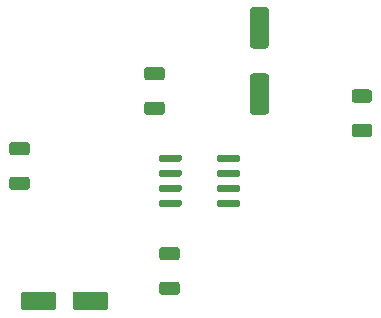
<source format=gbr>
%TF.GenerationSoftware,KiCad,Pcbnew,(5.1.9)-1*%
%TF.CreationDate,2021-03-24T16:34:38+05:30*%
%TF.ProjectId,pir alarm system,70697220-616c-4617-926d-207379737465,1.0*%
%TF.SameCoordinates,Original*%
%TF.FileFunction,Paste,Top*%
%TF.FilePolarity,Positive*%
%FSLAX46Y46*%
G04 Gerber Fmt 4.6, Leading zero omitted, Abs format (unit mm)*
G04 Created by KiCad (PCBNEW (5.1.9)-1) date 2021-03-24 16:34:38*
%MOMM*%
%LPD*%
G01*
G04 APERTURE LIST*
G04 APERTURE END LIST*
%TO.C,U1*%
G36*
G01*
X164060000Y-121435000D02*
X164060000Y-121135000D01*
G75*
G02*
X164210000Y-120985000I150000J0D01*
G01*
X165860000Y-120985000D01*
G75*
G02*
X166010000Y-121135000I0J-150000D01*
G01*
X166010000Y-121435000D01*
G75*
G02*
X165860000Y-121585000I-150000J0D01*
G01*
X164210000Y-121585000D01*
G75*
G02*
X164060000Y-121435000I0J150000D01*
G01*
G37*
G36*
G01*
X164060000Y-122705000D02*
X164060000Y-122405000D01*
G75*
G02*
X164210000Y-122255000I150000J0D01*
G01*
X165860000Y-122255000D01*
G75*
G02*
X166010000Y-122405000I0J-150000D01*
G01*
X166010000Y-122705000D01*
G75*
G02*
X165860000Y-122855000I-150000J0D01*
G01*
X164210000Y-122855000D01*
G75*
G02*
X164060000Y-122705000I0J150000D01*
G01*
G37*
G36*
G01*
X164060000Y-123975000D02*
X164060000Y-123675000D01*
G75*
G02*
X164210000Y-123525000I150000J0D01*
G01*
X165860000Y-123525000D01*
G75*
G02*
X166010000Y-123675000I0J-150000D01*
G01*
X166010000Y-123975000D01*
G75*
G02*
X165860000Y-124125000I-150000J0D01*
G01*
X164210000Y-124125000D01*
G75*
G02*
X164060000Y-123975000I0J150000D01*
G01*
G37*
G36*
G01*
X164060000Y-125245000D02*
X164060000Y-124945000D01*
G75*
G02*
X164210000Y-124795000I150000J0D01*
G01*
X165860000Y-124795000D01*
G75*
G02*
X166010000Y-124945000I0J-150000D01*
G01*
X166010000Y-125245000D01*
G75*
G02*
X165860000Y-125395000I-150000J0D01*
G01*
X164210000Y-125395000D01*
G75*
G02*
X164060000Y-125245000I0J150000D01*
G01*
G37*
G36*
G01*
X159110000Y-125245000D02*
X159110000Y-124945000D01*
G75*
G02*
X159260000Y-124795000I150000J0D01*
G01*
X160910000Y-124795000D01*
G75*
G02*
X161060000Y-124945000I0J-150000D01*
G01*
X161060000Y-125245000D01*
G75*
G02*
X160910000Y-125395000I-150000J0D01*
G01*
X159260000Y-125395000D01*
G75*
G02*
X159110000Y-125245000I0J150000D01*
G01*
G37*
G36*
G01*
X159110000Y-123975000D02*
X159110000Y-123675000D01*
G75*
G02*
X159260000Y-123525000I150000J0D01*
G01*
X160910000Y-123525000D01*
G75*
G02*
X161060000Y-123675000I0J-150000D01*
G01*
X161060000Y-123975000D01*
G75*
G02*
X160910000Y-124125000I-150000J0D01*
G01*
X159260000Y-124125000D01*
G75*
G02*
X159110000Y-123975000I0J150000D01*
G01*
G37*
G36*
G01*
X159110000Y-122705000D02*
X159110000Y-122405000D01*
G75*
G02*
X159260000Y-122255000I150000J0D01*
G01*
X160910000Y-122255000D01*
G75*
G02*
X161060000Y-122405000I0J-150000D01*
G01*
X161060000Y-122705000D01*
G75*
G02*
X160910000Y-122855000I-150000J0D01*
G01*
X159260000Y-122855000D01*
G75*
G02*
X159110000Y-122705000I0J150000D01*
G01*
G37*
G36*
G01*
X159110000Y-121435000D02*
X159110000Y-121135000D01*
G75*
G02*
X159260000Y-120985000I150000J0D01*
G01*
X160910000Y-120985000D01*
G75*
G02*
X161060000Y-121135000I0J-150000D01*
G01*
X161060000Y-121435000D01*
G75*
G02*
X160910000Y-121585000I-150000J0D01*
G01*
X159260000Y-121585000D01*
G75*
G02*
X159110000Y-121435000I0J150000D01*
G01*
G37*
%TD*%
%TO.C,R4*%
G36*
G01*
X160645001Y-129910000D02*
X159394999Y-129910000D01*
G75*
G02*
X159145000Y-129660001I0J249999D01*
G01*
X159145000Y-129034999D01*
G75*
G02*
X159394999Y-128785000I249999J0D01*
G01*
X160645001Y-128785000D01*
G75*
G02*
X160895000Y-129034999I0J-249999D01*
G01*
X160895000Y-129660001D01*
G75*
G02*
X160645001Y-129910000I-249999J0D01*
G01*
G37*
G36*
G01*
X160645001Y-132835000D02*
X159394999Y-132835000D01*
G75*
G02*
X159145000Y-132585001I0J249999D01*
G01*
X159145000Y-131959999D01*
G75*
G02*
X159394999Y-131710000I249999J0D01*
G01*
X160645001Y-131710000D01*
G75*
G02*
X160895000Y-131959999I0J-249999D01*
G01*
X160895000Y-132585001D01*
G75*
G02*
X160645001Y-132835000I-249999J0D01*
G01*
G37*
%TD*%
%TO.C,R3*%
G36*
G01*
X176940002Y-116565001D02*
X175690000Y-116565001D01*
G75*
G02*
X175440001Y-116315002I0J249999D01*
G01*
X175440001Y-115690000D01*
G75*
G02*
X175690000Y-115440001I249999J0D01*
G01*
X176940002Y-115440001D01*
G75*
G02*
X177190001Y-115690000I0J-249999D01*
G01*
X177190001Y-116315002D01*
G75*
G02*
X176940002Y-116565001I-249999J0D01*
G01*
G37*
G36*
G01*
X176940002Y-119490001D02*
X175690000Y-119490001D01*
G75*
G02*
X175440001Y-119240002I0J249999D01*
G01*
X175440001Y-118615000D01*
G75*
G02*
X175690000Y-118365001I249999J0D01*
G01*
X176940002Y-118365001D01*
G75*
G02*
X177190001Y-118615000I0J-249999D01*
G01*
X177190001Y-119240002D01*
G75*
G02*
X176940002Y-119490001I-249999J0D01*
G01*
G37*
%TD*%
%TO.C,R2*%
G36*
G01*
X158124999Y-116470000D02*
X159375001Y-116470000D01*
G75*
G02*
X159625000Y-116719999I0J-249999D01*
G01*
X159625000Y-117345001D01*
G75*
G02*
X159375001Y-117595000I-249999J0D01*
G01*
X158124999Y-117595000D01*
G75*
G02*
X157875000Y-117345001I0J249999D01*
G01*
X157875000Y-116719999D01*
G75*
G02*
X158124999Y-116470000I249999J0D01*
G01*
G37*
G36*
G01*
X158124999Y-113545000D02*
X159375001Y-113545000D01*
G75*
G02*
X159625000Y-113794999I0J-249999D01*
G01*
X159625000Y-114420001D01*
G75*
G02*
X159375001Y-114670000I-249999J0D01*
G01*
X158124999Y-114670000D01*
G75*
G02*
X157875000Y-114420001I0J249999D01*
G01*
X157875000Y-113794999D01*
G75*
G02*
X158124999Y-113545000I249999J0D01*
G01*
G37*
%TD*%
%TO.C,R1*%
G36*
G01*
X147945001Y-121020000D02*
X146694999Y-121020000D01*
G75*
G02*
X146445000Y-120770001I0J249999D01*
G01*
X146445000Y-120144999D01*
G75*
G02*
X146694999Y-119895000I249999J0D01*
G01*
X147945001Y-119895000D01*
G75*
G02*
X148195000Y-120144999I0J-249999D01*
G01*
X148195000Y-120770001D01*
G75*
G02*
X147945001Y-121020000I-249999J0D01*
G01*
G37*
G36*
G01*
X147945001Y-123945000D02*
X146694999Y-123945000D01*
G75*
G02*
X146445000Y-123695001I0J249999D01*
G01*
X146445000Y-123069999D01*
G75*
G02*
X146694999Y-122820000I249999J0D01*
G01*
X147945001Y-122820000D01*
G75*
G02*
X148195000Y-123069999I0J-249999D01*
G01*
X148195000Y-123695001D01*
G75*
G02*
X147945001Y-123945000I-249999J0D01*
G01*
G37*
%TD*%
%TO.C,C2*%
G36*
G01*
X168190000Y-111980000D02*
X167090000Y-111980000D01*
G75*
G02*
X166840000Y-111730000I0J250000D01*
G01*
X166840000Y-108730000D01*
G75*
G02*
X167090000Y-108480000I250000J0D01*
G01*
X168190000Y-108480000D01*
G75*
G02*
X168440000Y-108730000I0J-250000D01*
G01*
X168440000Y-111730000D01*
G75*
G02*
X168190000Y-111980000I-250000J0D01*
G01*
G37*
G36*
G01*
X168190000Y-117580000D02*
X167090000Y-117580000D01*
G75*
G02*
X166840000Y-117330000I0J250000D01*
G01*
X166840000Y-114330000D01*
G75*
G02*
X167090000Y-114080000I250000J0D01*
G01*
X168190000Y-114080000D01*
G75*
G02*
X168440000Y-114330000I0J-250000D01*
G01*
X168440000Y-117330000D01*
G75*
G02*
X168190000Y-117580000I-250000J0D01*
G01*
G37*
%TD*%
%TO.C,C1*%
G36*
G01*
X150430000Y-132800000D02*
X150430000Y-133900000D01*
G75*
G02*
X150180000Y-134150000I-250000J0D01*
G01*
X147680000Y-134150000D01*
G75*
G02*
X147430000Y-133900000I0J250000D01*
G01*
X147430000Y-132800000D01*
G75*
G02*
X147680000Y-132550000I250000J0D01*
G01*
X150180000Y-132550000D01*
G75*
G02*
X150430000Y-132800000I0J-250000D01*
G01*
G37*
G36*
G01*
X154830000Y-132800000D02*
X154830000Y-133900000D01*
G75*
G02*
X154580000Y-134150000I-250000J0D01*
G01*
X152080000Y-134150000D01*
G75*
G02*
X151830000Y-133900000I0J250000D01*
G01*
X151830000Y-132800000D01*
G75*
G02*
X152080000Y-132550000I250000J0D01*
G01*
X154580000Y-132550000D01*
G75*
G02*
X154830000Y-132800000I0J-250000D01*
G01*
G37*
%TD*%
M02*

</source>
